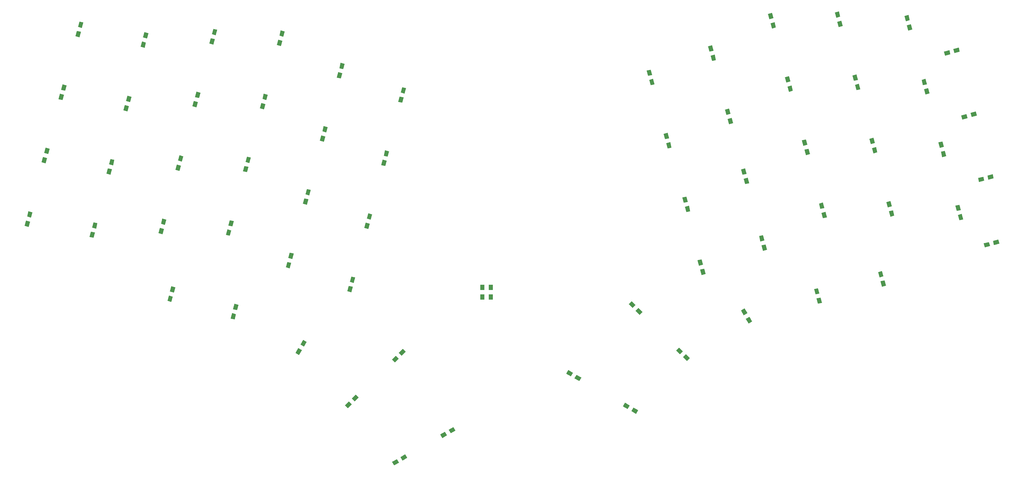
<source format=gtp>
G04 #@! TF.GenerationSoftware,KiCad,Pcbnew,(5.1.5)-3*
G04 #@! TF.CreationDate,2021-04-24T22:04:19+09:00*
G04 #@! TF.ProjectId,brimstone,6272696d-7374-46f6-9e65-2e6b69636164,rev?*
G04 #@! TF.SameCoordinates,Original*
G04 #@! TF.FileFunction,Paste,Top*
G04 #@! TF.FilePolarity,Positive*
%FSLAX46Y46*%
G04 Gerber Fmt 4.6, Leading zero omitted, Abs format (unit mm)*
G04 Created by KiCad (PCBNEW (5.1.5)-3) date 2021-04-24 22:04:19*
%MOMM*%
%LPD*%
G04 APERTURE LIST*
%ADD10R,1.200000X1.600000*%
%ADD11C,0.100000*%
G04 APERTURE END LIST*
D10*
X207750000Y-121500000D03*
X207750000Y-118700000D03*
X205250000Y-121500000D03*
X205250000Y-118700000D03*
D11*
G36*
X164254839Y-53525548D02*
G01*
X165413950Y-53836131D01*
X164999839Y-55381612D01*
X163840728Y-55071029D01*
X164254839Y-53525548D01*
G37*
G36*
X163530145Y-56230140D02*
G01*
X164689256Y-56540723D01*
X164275145Y-58086204D01*
X163116034Y-57775621D01*
X163530145Y-56230140D01*
G37*
G36*
X182038027Y-60568147D02*
G01*
X183197138Y-60878730D01*
X182783027Y-62424211D01*
X181623916Y-62113628D01*
X182038027Y-60568147D01*
G37*
G36*
X181313333Y-63272739D02*
G01*
X182472444Y-63583322D01*
X182058333Y-65128803D01*
X180899222Y-64818220D01*
X181313333Y-63272739D01*
G37*
G36*
X159337277Y-71878139D02*
G01*
X160496388Y-72188722D01*
X160082277Y-73734203D01*
X158923166Y-73423620D01*
X159337277Y-71878139D01*
G37*
G36*
X158612583Y-74582731D02*
G01*
X159771694Y-74893314D01*
X159357583Y-76438795D01*
X158198472Y-76128212D01*
X158612583Y-74582731D01*
G37*
G36*
X167311224Y-115529326D02*
G01*
X168470335Y-115839909D01*
X168056224Y-117385390D01*
X166897113Y-117074807D01*
X167311224Y-115529326D01*
G37*
G36*
X166586530Y-118233918D02*
G01*
X167745641Y-118544501D01*
X167331530Y-120089982D01*
X166172419Y-119779399D01*
X166586530Y-118233918D01*
G37*
G36*
X154445597Y-90134137D02*
G01*
X155604708Y-90444720D01*
X155190597Y-91990201D01*
X154031486Y-91679618D01*
X154445597Y-90134137D01*
G37*
G36*
X153720903Y-92838729D02*
G01*
X154880014Y-93149312D01*
X154465903Y-94694793D01*
X153306792Y-94384210D01*
X153720903Y-92838729D01*
G37*
G36*
X177120466Y-78920737D02*
G01*
X178279577Y-79231320D01*
X177865466Y-80776801D01*
X176706355Y-80466218D01*
X177120466Y-78920737D01*
G37*
G36*
X176395772Y-81625329D02*
G01*
X177554883Y-81935912D01*
X177140772Y-83481393D01*
X175981661Y-83170810D01*
X176395772Y-81625329D01*
G37*
G36*
X149502153Y-108583320D02*
G01*
X150661264Y-108893903D01*
X150247153Y-110439384D01*
X149088042Y-110128801D01*
X149502153Y-108583320D01*
G37*
G36*
X148777459Y-111287912D02*
G01*
X149936570Y-111598495D01*
X149522459Y-113143976D01*
X148363348Y-112833393D01*
X148777459Y-111287912D01*
G37*
G36*
X172228786Y-97176735D02*
G01*
X173387897Y-97487318D01*
X172973786Y-99032799D01*
X171814675Y-98722216D01*
X172228786Y-97176735D01*
G37*
G36*
X171504092Y-99881327D02*
G01*
X172663203Y-100191910D01*
X172249092Y-101737391D01*
X171089981Y-101426808D01*
X171504092Y-99881327D01*
G37*
G36*
X182211762Y-136478231D02*
G01*
X183060290Y-137326759D01*
X181928920Y-138458129D01*
X181080392Y-137609601D01*
X182211762Y-136478231D01*
G37*
G36*
X180231864Y-138458129D02*
G01*
X181080392Y-139306657D01*
X179949022Y-140438027D01*
X179100494Y-139589499D01*
X180231864Y-138458129D01*
G37*
G36*
X246003228Y-153202916D02*
G01*
X246603228Y-152163686D01*
X247988868Y-152963686D01*
X247388868Y-154002916D01*
X246003228Y-153202916D01*
G37*
G36*
X248428100Y-154602916D02*
G01*
X249028100Y-153563686D01*
X250413740Y-154363686D01*
X249813740Y-155402916D01*
X248428100Y-154602916D01*
G37*
G36*
X229548745Y-143702915D02*
G01*
X230148745Y-142663685D01*
X231534385Y-143463685D01*
X230934385Y-144502915D01*
X229548745Y-143702915D01*
G37*
G36*
X231973617Y-145102915D02*
G01*
X232573617Y-144063685D01*
X233959257Y-144863685D01*
X233359257Y-145902915D01*
X231973617Y-145102915D01*
G37*
G36*
X247678980Y-123507412D02*
G01*
X248527508Y-122658884D01*
X249658878Y-123790254D01*
X248810350Y-124638782D01*
X247678980Y-123507412D01*
G37*
G36*
X249658878Y-125487310D02*
G01*
X250507406Y-124638782D01*
X251638776Y-125770152D01*
X250790248Y-126618680D01*
X249658878Y-125487310D01*
G37*
G36*
X261396851Y-136942441D02*
G01*
X262245379Y-136093913D01*
X263376749Y-137225283D01*
X262528221Y-138073811D01*
X261396851Y-136942441D01*
G37*
G36*
X263376749Y-138922339D02*
G01*
X264225277Y-138073811D01*
X265356647Y-139205181D01*
X264508119Y-140053709D01*
X263376749Y-138922339D01*
G37*
G36*
X280193179Y-125386487D02*
G01*
X281232409Y-124786487D01*
X282032409Y-126172127D01*
X280993179Y-126772127D01*
X280193179Y-125386487D01*
G37*
G36*
X281593179Y-127811359D02*
G01*
X282632409Y-127211359D01*
X283432409Y-128596999D01*
X282393179Y-129196999D01*
X281593179Y-127811359D01*
G37*
G36*
X301346400Y-119211198D02*
G01*
X302505511Y-118900615D01*
X302919622Y-120446096D01*
X301760511Y-120756679D01*
X301346400Y-119211198D01*
G37*
G36*
X302071094Y-121915790D02*
G01*
X303230205Y-121605207D01*
X303644316Y-123150688D01*
X302485205Y-123461271D01*
X302071094Y-121915790D01*
G37*
G36*
X319892175Y-114241873D02*
G01*
X321051286Y-113931290D01*
X321465397Y-115476771D01*
X320306286Y-115787354D01*
X319892175Y-114241873D01*
G37*
G36*
X320616869Y-116946465D02*
G01*
X321775980Y-116635882D01*
X322190091Y-118181363D01*
X321030980Y-118491946D01*
X320616869Y-116946465D01*
G37*
G36*
X196885867Y-159197190D02*
G01*
X197485867Y-160236420D01*
X196100227Y-161036420D01*
X195500227Y-159997190D01*
X196885867Y-159197190D01*
G37*
G36*
X194460995Y-160597190D02*
G01*
X195060995Y-161636420D01*
X193675355Y-162436420D01*
X193075355Y-161397190D01*
X194460995Y-160597190D01*
G37*
G36*
X182955256Y-167130385D02*
G01*
X183555256Y-168169615D01*
X182169616Y-168969615D01*
X181569616Y-167930385D01*
X182955256Y-167130385D01*
G37*
G36*
X180530384Y-168530385D02*
G01*
X181130384Y-169569615D01*
X179744744Y-170369615D01*
X179144744Y-169330385D01*
X180530384Y-168530385D01*
G37*
G36*
X168635312Y-149771839D02*
G01*
X169483840Y-150620367D01*
X168352470Y-151751737D01*
X167503942Y-150903209D01*
X168635312Y-149771839D01*
G37*
G36*
X166655414Y-151751737D02*
G01*
X167503942Y-152600265D01*
X166372572Y-153731635D01*
X165524044Y-152883107D01*
X166655414Y-151751737D01*
G37*
G36*
X153374729Y-133896927D02*
G01*
X154413959Y-134496927D01*
X153613959Y-135882567D01*
X152574729Y-135282567D01*
X153374729Y-133896927D01*
G37*
G36*
X151974729Y-136321799D02*
G01*
X153013959Y-136921799D01*
X152213959Y-138307439D01*
X151174729Y-137707439D01*
X151974729Y-136321799D01*
G37*
G36*
X133509261Y-123450647D02*
G01*
X134668372Y-123761230D01*
X134254261Y-125306711D01*
X133095150Y-124996128D01*
X133509261Y-123450647D01*
G37*
G36*
X132784567Y-126155239D02*
G01*
X133943678Y-126465822D01*
X133529567Y-128011303D01*
X132370456Y-127700720D01*
X132784567Y-126155239D01*
G37*
G36*
X115208434Y-118339900D02*
G01*
X116367545Y-118650483D01*
X115953434Y-120195964D01*
X114794323Y-119885381D01*
X115208434Y-118339900D01*
G37*
G36*
X114483740Y-121044492D02*
G01*
X115642851Y-121355075D01*
X115228740Y-122900556D01*
X114069629Y-122589973D01*
X114483740Y-121044492D01*
G37*
G36*
X267634094Y-110851744D02*
G01*
X268793205Y-110541161D01*
X269207316Y-112086642D01*
X268048205Y-112397225D01*
X267634094Y-110851744D01*
G37*
G36*
X268358788Y-113556336D02*
G01*
X269517899Y-113245753D01*
X269932010Y-114791234D01*
X268772899Y-115101817D01*
X268358788Y-113556336D01*
G37*
G36*
X263215904Y-92624166D02*
G01*
X264375015Y-92313583D01*
X264789126Y-93859064D01*
X263630015Y-94169647D01*
X263215904Y-92624166D01*
G37*
G36*
X263940598Y-95328758D02*
G01*
X265099709Y-95018175D01*
X265513820Y-96563656D01*
X264354709Y-96874239D01*
X263940598Y-95328758D01*
G37*
G36*
X257798971Y-74146562D02*
G01*
X258958082Y-73835979D01*
X259372193Y-75381460D01*
X258213082Y-75692043D01*
X257798971Y-74146562D01*
G37*
G36*
X258523665Y-76851154D02*
G01*
X259682776Y-76540571D01*
X260096887Y-78086052D01*
X258937776Y-78396635D01*
X258523665Y-76851154D01*
G37*
G36*
X252881409Y-55793971D02*
G01*
X254040520Y-55483388D01*
X254454631Y-57028869D01*
X253295520Y-57339452D01*
X252881409Y-55793971D01*
G37*
G36*
X253606103Y-58498563D02*
G01*
X254765214Y-58187980D01*
X255179325Y-59733461D01*
X254020214Y-60044044D01*
X253606103Y-58498563D01*
G37*
G36*
X285417283Y-103809145D02*
G01*
X286576394Y-103498562D01*
X286990505Y-105044043D01*
X285831394Y-105354626D01*
X285417283Y-103809145D01*
G37*
G36*
X286141977Y-106513737D02*
G01*
X287301088Y-106203154D01*
X287715199Y-107748635D01*
X286556088Y-108059218D01*
X286141977Y-106513737D01*
G37*
G36*
X280240902Y-84490628D02*
G01*
X281400013Y-84180045D01*
X281814124Y-85725526D01*
X280655013Y-86036109D01*
X280240902Y-84490628D01*
G37*
G36*
X280965596Y-87195220D02*
G01*
X282124707Y-86884637D01*
X282538818Y-88430118D01*
X281379707Y-88740701D01*
X280965596Y-87195220D01*
G37*
G36*
X275582160Y-67103963D02*
G01*
X276741271Y-66793380D01*
X277155382Y-68338861D01*
X275996271Y-68649444D01*
X275582160Y-67103963D01*
G37*
G36*
X276306854Y-69808555D02*
G01*
X277465965Y-69497972D01*
X277880076Y-71043453D01*
X276720965Y-71354036D01*
X276306854Y-69808555D01*
G37*
G36*
X270664598Y-48751373D02*
G01*
X271823709Y-48440790D01*
X272237820Y-49986271D01*
X271078709Y-50296854D01*
X270664598Y-48751373D01*
G37*
G36*
X271389292Y-51455965D02*
G01*
X272548403Y-51145382D01*
X272962514Y-52690863D01*
X271803403Y-53001446D01*
X271389292Y-51455965D01*
G37*
G36*
X302772491Y-94396560D02*
G01*
X303931602Y-94085977D01*
X304345713Y-95631458D01*
X303186602Y-95942041D01*
X302772491Y-94396560D01*
G37*
G36*
X303497185Y-97101152D02*
G01*
X304656296Y-96790569D01*
X305070407Y-98336050D01*
X303911296Y-98646633D01*
X303497185Y-97101152D01*
G37*
G36*
X297854930Y-76043970D02*
G01*
X299014041Y-75733387D01*
X299428152Y-77278868D01*
X298269041Y-77589451D01*
X297854930Y-76043970D01*
G37*
G36*
X298579624Y-78748562D02*
G01*
X299738735Y-78437979D01*
X300152846Y-79983460D01*
X298993735Y-80294043D01*
X298579624Y-78748562D01*
G37*
G36*
X292937368Y-57691379D02*
G01*
X294096479Y-57380796D01*
X294510590Y-58926277D01*
X293351479Y-59236860D01*
X292937368Y-57691379D01*
G37*
G36*
X293662062Y-60395971D02*
G01*
X294821173Y-60085388D01*
X295235284Y-61630869D01*
X294076173Y-61941452D01*
X293662062Y-60395971D01*
G37*
G36*
X288019806Y-39338788D02*
G01*
X289178917Y-39028205D01*
X289593028Y-40573686D01*
X288433917Y-40884269D01*
X288019806Y-39338788D01*
G37*
G36*
X288744500Y-42043380D02*
G01*
X289903611Y-41732797D01*
X290317722Y-43278278D01*
X289158611Y-43588861D01*
X288744500Y-42043380D01*
G37*
G36*
X132146945Y-99170735D02*
G01*
X133306056Y-99481318D01*
X132891945Y-101026799D01*
X131732834Y-100716216D01*
X132146945Y-99170735D01*
G37*
G36*
X131422251Y-101875327D02*
G01*
X132581362Y-102185910D01*
X132167251Y-103731391D01*
X131008140Y-103420808D01*
X131422251Y-101875327D01*
G37*
G36*
X137090389Y-80721552D02*
G01*
X138249500Y-81032135D01*
X137835389Y-82577616D01*
X136676278Y-82267033D01*
X137090389Y-80721552D01*
G37*
G36*
X136365695Y-83426144D02*
G01*
X137524806Y-83736727D01*
X137110695Y-85282208D01*
X135951584Y-84971625D01*
X136365695Y-83426144D01*
G37*
G36*
X141982068Y-62465554D02*
G01*
X143141179Y-62776137D01*
X142727068Y-64321618D01*
X141567957Y-64011035D01*
X141982068Y-62465554D01*
G37*
G36*
X141257374Y-65170146D02*
G01*
X142416485Y-65480729D01*
X142002374Y-67026210D01*
X140843263Y-66715627D01*
X141257374Y-65170146D01*
G37*
G36*
X146899630Y-44112963D02*
G01*
X148058741Y-44423546D01*
X147644630Y-45969027D01*
X146485519Y-45658444D01*
X146899630Y-44112963D01*
G37*
G36*
X146174936Y-46817555D02*
G01*
X147334047Y-47128138D01*
X146919936Y-48673619D01*
X145760825Y-48363036D01*
X146174936Y-46817555D01*
G37*
G36*
X322315650Y-93922257D02*
G01*
X323474761Y-93611674D01*
X323888872Y-95157155D01*
X322729761Y-95467738D01*
X322315650Y-93922257D01*
G37*
G36*
X323040344Y-96626849D02*
G01*
X324199455Y-96316266D01*
X324613566Y-97861747D01*
X323454455Y-98172330D01*
X323040344Y-96626849D01*
G37*
G36*
X317398088Y-75569667D02*
G01*
X318557199Y-75259084D01*
X318971310Y-76804565D01*
X317812199Y-77115148D01*
X317398088Y-75569667D01*
G37*
G36*
X318122782Y-78274259D02*
G01*
X319281893Y-77963676D01*
X319696004Y-79509157D01*
X318536893Y-79819740D01*
X318122782Y-78274259D01*
G37*
G36*
X312480526Y-57217076D02*
G01*
X313639637Y-56906493D01*
X314053748Y-58451974D01*
X312894637Y-58762557D01*
X312480526Y-57217076D01*
G37*
G36*
X313205220Y-59921668D02*
G01*
X314364331Y-59611085D01*
X314778442Y-61156566D01*
X313619331Y-61467149D01*
X313205220Y-59921668D01*
G37*
G36*
X307369779Y-38916249D02*
G01*
X308528890Y-38605666D01*
X308943001Y-40151147D01*
X307783890Y-40461730D01*
X307369779Y-38916249D01*
G37*
G36*
X308094473Y-41620841D02*
G01*
X309253584Y-41310258D01*
X309667695Y-42855739D01*
X308508584Y-43166322D01*
X308094473Y-41620841D01*
G37*
G36*
X112603786Y-98696432D02*
G01*
X113762897Y-99007015D01*
X113348786Y-100552496D01*
X112189675Y-100241913D01*
X112603786Y-98696432D01*
G37*
G36*
X111879092Y-101401024D02*
G01*
X113038203Y-101711607D01*
X112624092Y-103257088D01*
X111464981Y-102946505D01*
X111879092Y-101401024D01*
G37*
G36*
X117521348Y-80343842D02*
G01*
X118680459Y-80654425D01*
X118266348Y-82199906D01*
X117107237Y-81889323D01*
X117521348Y-80343842D01*
G37*
G36*
X116796654Y-83048434D02*
G01*
X117955765Y-83359017D01*
X117541654Y-84904498D01*
X116382543Y-84593915D01*
X116796654Y-83048434D01*
G37*
G36*
X122464792Y-61894658D02*
G01*
X123623903Y-62205241D01*
X123209792Y-63750722D01*
X122050681Y-63440139D01*
X122464792Y-61894658D01*
G37*
G36*
X121740098Y-64599250D02*
G01*
X122899209Y-64909833D01*
X122485098Y-66455314D01*
X121325987Y-66144731D01*
X121740098Y-64599250D01*
G37*
G36*
X127356472Y-43638660D02*
G01*
X128515583Y-43949243D01*
X128101472Y-45494724D01*
X126942361Y-45184141D01*
X127356472Y-43638660D01*
G37*
G36*
X126631778Y-46343252D02*
G01*
X127790889Y-46653835D01*
X127376778Y-48199316D01*
X126217667Y-47888733D01*
X126631778Y-46343252D01*
G37*
G36*
X342272919Y-94993436D02*
G01*
X343432030Y-94682853D01*
X343846141Y-96228334D01*
X342687030Y-96538917D01*
X342272919Y-94993436D01*
G37*
G36*
X342997613Y-97698028D02*
G01*
X344156724Y-97387445D01*
X344570835Y-98932926D01*
X343411724Y-99243509D01*
X342997613Y-97698028D01*
G37*
G36*
X337355357Y-76640845D02*
G01*
X338514468Y-76330262D01*
X338928579Y-77875743D01*
X337769468Y-78186326D01*
X337355357Y-76640845D01*
G37*
G36*
X338080051Y-79345437D02*
G01*
X339239162Y-79034854D01*
X339653273Y-80580335D01*
X338494162Y-80890918D01*
X338080051Y-79345437D01*
G37*
G36*
X332489559Y-58481439D02*
G01*
X333648670Y-58170856D01*
X334062781Y-59716337D01*
X332903670Y-60026920D01*
X332489559Y-58481439D01*
G37*
G36*
X333214253Y-61186031D02*
G01*
X334373364Y-60875448D01*
X334787475Y-62420929D01*
X333628364Y-62731512D01*
X333214253Y-61186031D01*
G37*
G36*
X327520233Y-39935663D02*
G01*
X328679344Y-39625080D01*
X329093455Y-41170561D01*
X327934344Y-41481144D01*
X327520233Y-39935663D01*
G37*
G36*
X328244927Y-42640255D02*
G01*
X329404038Y-42329672D01*
X329818149Y-43875153D01*
X328659038Y-44185736D01*
X328244927Y-42640255D01*
G37*
G36*
X92646518Y-99767611D02*
G01*
X93805629Y-100078194D01*
X93391518Y-101623675D01*
X92232407Y-101313092D01*
X92646518Y-99767611D01*
G37*
G36*
X91921824Y-102472203D02*
G01*
X93080935Y-102782786D01*
X92666824Y-104328267D01*
X91507713Y-104017684D01*
X91921824Y-102472203D01*
G37*
G36*
X97564080Y-81415020D02*
G01*
X98723191Y-81725603D01*
X98309080Y-83271084D01*
X97149969Y-82960501D01*
X97564080Y-81415020D01*
G37*
G36*
X96839386Y-84119612D02*
G01*
X97998497Y-84430195D01*
X97584386Y-85975676D01*
X96425275Y-85665093D01*
X96839386Y-84119612D01*
G37*
G36*
X102481641Y-63062429D02*
G01*
X103640752Y-63373012D01*
X103226641Y-64918493D01*
X102067530Y-64607910D01*
X102481641Y-63062429D01*
G37*
G36*
X101756947Y-65767021D02*
G01*
X102916058Y-66077604D01*
X102501947Y-67623085D01*
X101342836Y-67312502D01*
X101756947Y-65767021D01*
G37*
G36*
X107425085Y-44613246D02*
G01*
X108584196Y-44923829D01*
X108170085Y-46469310D01*
X107010974Y-46158727D01*
X107425085Y-44613246D01*
G37*
G36*
X106700391Y-47317838D02*
G01*
X107859502Y-47628421D01*
X107445391Y-49173902D01*
X106286280Y-48863319D01*
X106700391Y-47317838D01*
G37*
G36*
X354719745Y-104801042D02*
G01*
X355030328Y-105960153D01*
X353484847Y-106374264D01*
X353174264Y-105215153D01*
X354719745Y-104801042D01*
G37*
G36*
X352015153Y-105525736D02*
G01*
X352325736Y-106684847D01*
X350780255Y-107098958D01*
X350469672Y-105939847D01*
X352015153Y-105525736D01*
G37*
G36*
X353085710Y-85830973D02*
G01*
X353396293Y-86990084D01*
X351850812Y-87404195D01*
X351540229Y-86245084D01*
X353085710Y-85830973D01*
G37*
G36*
X350381118Y-86555667D02*
G01*
X350691701Y-87714778D01*
X349146220Y-88128889D01*
X348835637Y-86969778D01*
X350381118Y-86555667D01*
G37*
G36*
X348219912Y-67671567D02*
G01*
X348530495Y-68830678D01*
X346985014Y-69244789D01*
X346674431Y-68085678D01*
X348219912Y-67671567D01*
G37*
G36*
X345515320Y-68396261D02*
G01*
X345825903Y-69555372D01*
X344280422Y-69969483D01*
X343969839Y-68810372D01*
X345515320Y-68396261D01*
G37*
G36*
X343250586Y-49125791D02*
G01*
X343561169Y-50284902D01*
X342015688Y-50699013D01*
X341705105Y-49539902D01*
X343250586Y-49125791D01*
G37*
G36*
X340545994Y-49850485D02*
G01*
X340856577Y-51009596D01*
X339311096Y-51423707D01*
X339000513Y-50264596D01*
X340545994Y-49850485D01*
G37*
G36*
X73828053Y-96588715D02*
G01*
X74987164Y-96899298D01*
X74573053Y-98444779D01*
X73413942Y-98134196D01*
X73828053Y-96588715D01*
G37*
G36*
X73103359Y-99293307D02*
G01*
X74262470Y-99603890D01*
X73848359Y-101149371D01*
X72689248Y-100838788D01*
X73103359Y-99293307D01*
G37*
G36*
X78771496Y-78139532D02*
G01*
X79930607Y-78450115D01*
X79516496Y-79995596D01*
X78357385Y-79685013D01*
X78771496Y-78139532D01*
G37*
G36*
X78046802Y-80844124D02*
G01*
X79205913Y-81154707D01*
X78791802Y-82700188D01*
X77632691Y-82389605D01*
X78046802Y-80844124D01*
G37*
G36*
X83689058Y-59786941D02*
G01*
X84848169Y-60097524D01*
X84434058Y-61643005D01*
X83274947Y-61332422D01*
X83689058Y-59786941D01*
G37*
G36*
X82964364Y-62491533D02*
G01*
X84123475Y-62802116D01*
X83709364Y-64347597D01*
X82550253Y-64037014D01*
X82964364Y-62491533D01*
G37*
G36*
X88580738Y-41530943D02*
G01*
X89739849Y-41841526D01*
X89325738Y-43387007D01*
X88166627Y-43076424D01*
X88580738Y-41530943D01*
G37*
G36*
X87856044Y-44235535D02*
G01*
X89015155Y-44546118D01*
X88601044Y-46091599D01*
X87441933Y-45781016D01*
X87856044Y-44235535D01*
G37*
M02*

</source>
